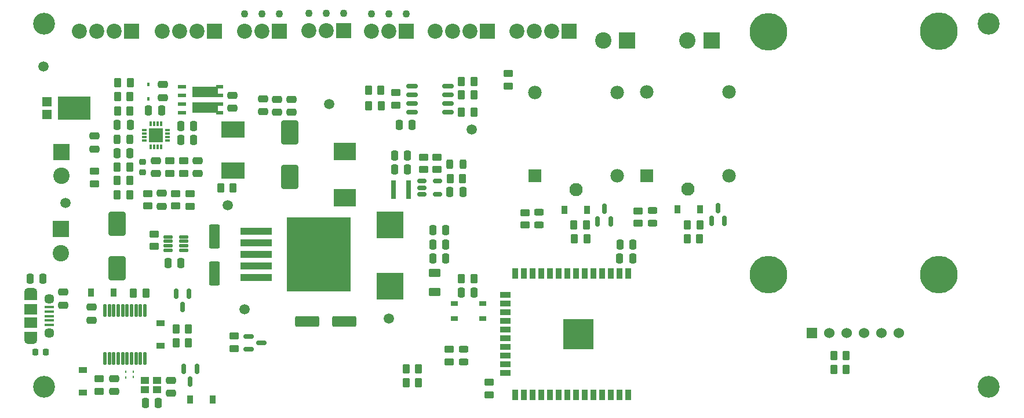
<source format=gbr>
G04 #@! TF.GenerationSoftware,KiCad,Pcbnew,(6.0.7-1)-1*
G04 #@! TF.CreationDate,2022-11-14T13:05:58+03:00*
G04 #@! TF.ProjectId,mkulima_hardware,6d6b756c-696d-4615-9f68-617264776172,rev?*
G04 #@! TF.SameCoordinates,Original*
G04 #@! TF.FileFunction,Soldermask,Top*
G04 #@! TF.FilePolarity,Negative*
%FSLAX46Y46*%
G04 Gerber Fmt 4.6, Leading zero omitted, Abs format (unit mm)*
G04 Created by KiCad (PCBNEW (6.0.7-1)-1) date 2022-11-14 13:05:58*
%MOMM*%
%LPD*%
G01*
G04 APERTURE LIST*
G04 Aperture macros list*
%AMRoundRect*
0 Rectangle with rounded corners*
0 $1 Rounding radius*
0 $2 $3 $4 $5 $6 $7 $8 $9 X,Y pos of 4 corners*
0 Add a 4 corners polygon primitive as box body*
4,1,4,$2,$3,$4,$5,$6,$7,$8,$9,$2,$3,0*
0 Add four circle primitives for the rounded corners*
1,1,$1+$1,$2,$3*
1,1,$1+$1,$4,$5*
1,1,$1+$1,$6,$7*
1,1,$1+$1,$8,$9*
0 Add four rect primitives between the rounded corners*
20,1,$1+$1,$2,$3,$4,$5,0*
20,1,$1+$1,$4,$5,$6,$7,0*
20,1,$1+$1,$6,$7,$8,$9,0*
20,1,$1+$1,$8,$9,$2,$3,0*%
G04 Aperture macros list end*
%ADD10RoundRect,0.250000X0.262500X0.450000X-0.262500X0.450000X-0.262500X-0.450000X0.262500X-0.450000X0*%
%ADD11R,3.300000X2.500000*%
%ADD12C,5.500000*%
%ADD13R,1.524000X1.524000*%
%ADD14C,1.524000*%
%ADD15RoundRect,0.250000X-0.250000X-0.475000X0.250000X-0.475000X0.250000X0.475000X-0.250000X0.475000X0*%
%ADD16RoundRect,0.243750X0.456250X-0.243750X0.456250X0.243750X-0.456250X0.243750X-0.456250X-0.243750X0*%
%ADD17RoundRect,0.250000X0.450000X-0.262500X0.450000X0.262500X-0.450000X0.262500X-0.450000X-0.262500X0*%
%ADD18R,2.200000X2.200000*%
%ADD19C,2.200000*%
%ADD20R,4.000000X4.000000*%
%ADD21RoundRect,0.250000X0.475000X-0.250000X0.475000X0.250000X-0.475000X0.250000X-0.475000X-0.250000X0*%
%ADD22R,1.350000X0.400000*%
%ADD23O,1.900000X1.200000*%
%ADD24R,1.900000X1.200000*%
%ADD25C,1.450000*%
%ADD26R,1.900000X1.500000*%
%ADD27RoundRect,0.150000X0.150000X-0.587500X0.150000X0.587500X-0.150000X0.587500X-0.150000X-0.587500X0*%
%ADD28RoundRect,0.250000X-0.450000X0.262500X-0.450000X-0.262500X0.450000X-0.262500X0.450000X0.262500X0*%
%ADD29C,1.500000*%
%ADD30RoundRect,0.250000X-0.262500X-0.450000X0.262500X-0.450000X0.262500X0.450000X-0.262500X0.450000X0*%
%ADD31R,1.400000X1.390000*%
%ADD32R,4.860000X3.360000*%
%ADD33R,1.150000X1.000000*%
%ADD34RoundRect,0.250000X0.250000X0.475000X-0.250000X0.475000X-0.250000X-0.475000X0.250000X-0.475000X0*%
%ADD35R,3.500000X2.350000*%
%ADD36C,1.100000*%
%ADD37R,1.980000X1.980000*%
%ADD38C,1.980000*%
%ADD39C,1.935000*%
%ADD40R,0.900000X1.500000*%
%ADD41R,1.500000X0.900000*%
%ADD42R,4.500000X4.500000*%
%ADD43R,2.400000X2.400000*%
%ADD44C,2.400000*%
%ADD45R,0.800000X2.700000*%
%ADD46RoundRect,0.243750X0.243750X0.456250X-0.243750X0.456250X-0.243750X-0.456250X0.243750X-0.456250X0*%
%ADD47R,1.200000X0.900000*%
%ADD48RoundRect,0.150000X0.675000X0.150000X-0.675000X0.150000X-0.675000X-0.150000X0.675000X-0.150000X0*%
%ADD49R,0.900000X1.200000*%
%ADD50R,0.800000X0.300000*%
%ADD51R,0.300000X0.800000*%
%ADD52R,2.000000X2.000000*%
%ADD53RoundRect,0.250000X-0.475000X0.250000X-0.475000X-0.250000X0.475000X-0.250000X0.475000X0.250000X0*%
%ADD54RoundRect,0.250000X-1.000000X1.500000X-1.000000X-1.500000X1.000000X-1.500000X1.000000X1.500000X0*%
%ADD55C,3.200000*%
%ADD56R,1.270000X0.610000*%
%ADD57R,1.020000X0.610000*%
%ADD58R,3.810000X1.650000*%
%ADD59RoundRect,0.250000X-0.625000X0.375000X-0.625000X-0.375000X0.625000X-0.375000X0.625000X0.375000X0*%
%ADD60R,0.450000X0.600000*%
%ADD61R,4.600000X1.100000*%
%ADD62R,9.400000X10.800000*%
%ADD63RoundRect,0.218750X-0.218750X-0.256250X0.218750X-0.256250X0.218750X0.256250X-0.218750X0.256250X0*%
%ADD64R,0.250000X0.360000*%
%ADD65RoundRect,0.218750X-0.256250X0.218750X-0.256250X-0.218750X0.256250X-0.218750X0.256250X0.218750X0*%
%ADD66RoundRect,0.112500X0.112500X-0.837500X0.112500X0.837500X-0.112500X0.837500X-0.112500X-0.837500X0*%
%ADD67RoundRect,0.150000X-0.587500X-0.150000X0.587500X-0.150000X0.587500X0.150000X-0.587500X0.150000X0*%
%ADD68RoundRect,0.243750X-0.456250X0.243750X-0.456250X-0.243750X0.456250X-0.243750X0.456250X0.243750X0*%
%ADD69R,1.050000X0.650000*%
%ADD70RoundRect,0.250000X1.500000X0.550000X-1.500000X0.550000X-1.500000X-0.550000X1.500000X-0.550000X0*%
%ADD71RoundRect,0.107500X-0.555000X-0.107500X0.555000X-0.107500X0.555000X0.107500X-0.555000X0.107500X0*%
%ADD72RoundRect,0.150000X-0.150000X0.587500X-0.150000X-0.587500X0.150000X-0.587500X0.150000X0.587500X0*%
%ADD73RoundRect,0.150000X-0.512500X-0.150000X0.512500X-0.150000X0.512500X0.150000X-0.512500X0.150000X0*%
%ADD74RoundRect,0.250000X-0.550000X1.500000X-0.550000X-1.500000X0.550000X-1.500000X0.550000X1.500000X0*%
G04 APERTURE END LIST*
D10*
X172305000Y-99732500D03*
X170480000Y-99732500D03*
D11*
X120450000Y-95800000D03*
X120450000Y-89000000D03*
D12*
X182310000Y-71460000D03*
X207200000Y-71400000D03*
X182310000Y-107060000D03*
X207200000Y-107000000D03*
D13*
X188650000Y-115600000D03*
D14*
X191190000Y-115600000D03*
X193730000Y-115600000D03*
X196270000Y-115600000D03*
X198810000Y-115600000D03*
X201350000Y-115600000D03*
D15*
X135782500Y-94950000D03*
X137682500Y-94950000D03*
X137412500Y-109660000D03*
X139312500Y-109660000D03*
D16*
X165370000Y-99507500D03*
X165370000Y-97632500D03*
D17*
X95743750Y-96975000D03*
X95743750Y-95150000D03*
D18*
X153215000Y-71350000D03*
D19*
X150675000Y-71350000D03*
X148135000Y-71350000D03*
X145595000Y-71350000D03*
D20*
X127012500Y-99750000D03*
X127012500Y-108750000D03*
D21*
X79300000Y-111500000D03*
X79300000Y-109600000D03*
X93693750Y-97012500D03*
X93693750Y-95112500D03*
D22*
X77262500Y-111800000D03*
X77262500Y-112450000D03*
X77262500Y-113100000D03*
X77262500Y-113750000D03*
X77262500Y-114400000D03*
D23*
X74562500Y-116600000D03*
D24*
X74562500Y-110200000D03*
D23*
X74562500Y-109600000D03*
D25*
X77262500Y-110600000D03*
D26*
X74562500Y-112100000D03*
D25*
X77262500Y-115600000D03*
D26*
X74562500Y-114100000D03*
D24*
X74562500Y-116000000D03*
D27*
X157370000Y-99270000D03*
X159270000Y-99270000D03*
X158320000Y-97395000D03*
D28*
X141550000Y-122805000D03*
X141550000Y-124630000D03*
D29*
X118100000Y-82050000D03*
D15*
X96462500Y-85300000D03*
X98362500Y-85300000D03*
D30*
X170450000Y-101792500D03*
X172275000Y-101792500D03*
D31*
X76878500Y-81730000D03*
X76878500Y-83570000D03*
D32*
X80860500Y-82650000D03*
D33*
X91225000Y-123900000D03*
X92975000Y-123900000D03*
X92975000Y-122500000D03*
X91225000Y-122500000D03*
D34*
X89012500Y-89250000D03*
X87112500Y-89250000D03*
X89062500Y-85150000D03*
X87162500Y-85150000D03*
D35*
X104062500Y-85775000D03*
X104062500Y-91825000D03*
D36*
X129410000Y-68810000D03*
X124330000Y-68810000D03*
X126870000Y-68810000D03*
D18*
X129410000Y-71350000D03*
D19*
X126870000Y-71350000D03*
X124330000Y-71350000D03*
D37*
X148180000Y-92570000D03*
D38*
X160180000Y-92570000D03*
D39*
X154180000Y-94570000D03*
D38*
X148180000Y-80370000D03*
X160180000Y-80370000D03*
D40*
X161867500Y-106847500D03*
X160597500Y-106847500D03*
X159327500Y-106847500D03*
X158057500Y-106847500D03*
X156787500Y-106847500D03*
X155517500Y-106847500D03*
X154247500Y-106847500D03*
X152977500Y-106847500D03*
X151707500Y-106847500D03*
X150437500Y-106847500D03*
X149167500Y-106847500D03*
X147897500Y-106847500D03*
X146627500Y-106847500D03*
X145357500Y-106847500D03*
D41*
X143857500Y-110022500D03*
X143857500Y-111292500D03*
X143857500Y-112562500D03*
X143857500Y-113832500D03*
X143857500Y-115102500D03*
X143857500Y-116372500D03*
X143857500Y-117642500D03*
X143857500Y-118912500D03*
X143857500Y-120182500D03*
X143857500Y-121452500D03*
D40*
X145357500Y-124647500D03*
X146627500Y-124647500D03*
X147897500Y-124647500D03*
X149167500Y-124647500D03*
X150437500Y-124647500D03*
X151707500Y-124647500D03*
X152977500Y-124647500D03*
X154247500Y-124647500D03*
X155517500Y-124647500D03*
X156787500Y-124647500D03*
X158057500Y-124647500D03*
X159327500Y-124647500D03*
X160597500Y-124647500D03*
X161867500Y-124647500D03*
D42*
X154527500Y-115737500D03*
D18*
X141230000Y-71350000D03*
D19*
X138690000Y-71350000D03*
X136150000Y-71350000D03*
X133610000Y-71350000D03*
D21*
X98912500Y-92250000D03*
X98912500Y-90350000D03*
D15*
X74450000Y-107600000D03*
X76350000Y-107600000D03*
D10*
X137645000Y-92950000D03*
X135820000Y-92950000D03*
D43*
X79050000Y-89050000D03*
D44*
X79050000Y-92550000D03*
D21*
X108450000Y-83200000D03*
X108450000Y-81300000D03*
D43*
X174000000Y-72750000D03*
D44*
X170500000Y-72750000D03*
D17*
X96862500Y-92212500D03*
X96862500Y-90387500D03*
D45*
X129750000Y-94550000D03*
X127550000Y-94550000D03*
D46*
X89012500Y-87200000D03*
X87137500Y-87200000D03*
D30*
X153957500Y-101782500D03*
X155782500Y-101782500D03*
D47*
X82180000Y-121000000D03*
X82180000Y-124300000D03*
D48*
X135505000Y-83265000D03*
X135505000Y-81995000D03*
X135505000Y-80725000D03*
X135505000Y-79455000D03*
X130255000Y-79455000D03*
X130255000Y-80725000D03*
X130255000Y-81995000D03*
X130255000Y-83265000D03*
D49*
X86610000Y-109690000D03*
X83310000Y-109690000D03*
D50*
X91112500Y-85900000D03*
X91112500Y-86400000D03*
X91112500Y-86900000D03*
X91112500Y-87400000D03*
D51*
X92062500Y-88350000D03*
X92562500Y-88350000D03*
X93062500Y-88350000D03*
X93562500Y-88350000D03*
D50*
X94512500Y-87400000D03*
X94512500Y-86900000D03*
X94512500Y-86400000D03*
X94512500Y-85900000D03*
D51*
X93562500Y-84950000D03*
X93062500Y-84950000D03*
X92562500Y-84950000D03*
X92062500Y-84950000D03*
D52*
X92812500Y-86650000D03*
D30*
X87200000Y-83050000D03*
X89025000Y-83050000D03*
D10*
X193692500Y-118910000D03*
X191867500Y-118910000D03*
D30*
X191857500Y-120950000D03*
X193682500Y-120950000D03*
D53*
X95030000Y-122510000D03*
X95030000Y-124410000D03*
D54*
X112350000Y-86200000D03*
X112350000Y-92700000D03*
D15*
X128350000Y-85150000D03*
X130250000Y-85150000D03*
D55*
X214500000Y-70250000D03*
D30*
X87200000Y-80950000D03*
X89025000Y-80950000D03*
D55*
X214500000Y-123500000D03*
D15*
X133290000Y-102600000D03*
X135190000Y-102600000D03*
D17*
X83875000Y-93712500D03*
X83875000Y-91887500D03*
D56*
X96655000Y-79545000D03*
X96655000Y-80815000D03*
X96655000Y-82085000D03*
X96655000Y-83355000D03*
D57*
X102120000Y-83355000D03*
X102120000Y-82085000D03*
X102120000Y-80815000D03*
X102120000Y-79545000D03*
D58*
X100015000Y-80320000D03*
X100015000Y-82580000D03*
D28*
X135700000Y-117987500D03*
X135700000Y-119812500D03*
D15*
X127700000Y-91650000D03*
X129600000Y-91650000D03*
D30*
X87187500Y-95350000D03*
X89012500Y-95350000D03*
D59*
X133590000Y-106750000D03*
X133590000Y-109550000D03*
D60*
X91762500Y-81300000D03*
X91762500Y-79200000D03*
D34*
X93662500Y-83000000D03*
X91762500Y-83000000D03*
D17*
X133900000Y-91650000D03*
X133900000Y-89825000D03*
D61*
X107487500Y-100650000D03*
X107487500Y-102350000D03*
X107487500Y-104050000D03*
D62*
X116637500Y-104050000D03*
D61*
X107487500Y-105750000D03*
X107487500Y-107450000D03*
D29*
X79650000Y-96500000D03*
D63*
X75200000Y-118350000D03*
X76775000Y-118350000D03*
D64*
X89530000Y-122060000D03*
X89530000Y-121220000D03*
D65*
X90912500Y-90512500D03*
X90912500Y-92087500D03*
D10*
X97590000Y-116990000D03*
X95765000Y-116990000D03*
D49*
X169050000Y-97482500D03*
X172350000Y-97482500D03*
D21*
X83400000Y-113700000D03*
X83400000Y-111800000D03*
D10*
X155732500Y-99752500D03*
X153907500Y-99752500D03*
D17*
X131900000Y-91650000D03*
X131900000Y-89825000D03*
D66*
X85380000Y-119310000D03*
X86030000Y-119310000D03*
X86680000Y-119310000D03*
X87330000Y-119310000D03*
X87980000Y-119310000D03*
X88630000Y-119310000D03*
X89280000Y-119310000D03*
X89930000Y-119310000D03*
X90580000Y-119310000D03*
X91230000Y-119310000D03*
X91230000Y-112310000D03*
X90580000Y-112310000D03*
X89930000Y-112310000D03*
X89280000Y-112310000D03*
X88630000Y-112310000D03*
X87980000Y-112310000D03*
X87330000Y-112310000D03*
X86680000Y-112310000D03*
X86030000Y-112310000D03*
X85380000Y-112310000D03*
D53*
X86710000Y-122270000D03*
X86710000Y-124170000D03*
X83825000Y-86750000D03*
X83825000Y-88650000D03*
D29*
X139000000Y-85800000D03*
D30*
X87150000Y-93250000D03*
X88975000Y-93250000D03*
D67*
X106362500Y-116062500D03*
X106362500Y-117962500D03*
X108237500Y-117012500D03*
D21*
X112650000Y-83250000D03*
X112650000Y-81350000D03*
D10*
X139282500Y-80730000D03*
X137457500Y-80730000D03*
D43*
X161650000Y-72750000D03*
D44*
X158150000Y-72750000D03*
D68*
X137780000Y-117932500D03*
X137780000Y-119807500D03*
D15*
X94575000Y-105362500D03*
X96475000Y-105362500D03*
D69*
X136435000Y-111285000D03*
X140585000Y-111285000D03*
X140585000Y-113435000D03*
X136435000Y-113435000D03*
D15*
X91290000Y-125850000D03*
X93190000Y-125850000D03*
D29*
X105800000Y-112100000D03*
D53*
X104012500Y-80750000D03*
X104012500Y-82650000D03*
X93862500Y-79200000D03*
X93862500Y-81100000D03*
D17*
X127860000Y-82232500D03*
X127860000Y-80407500D03*
D28*
X94862500Y-90387500D03*
X94862500Y-92212500D03*
D27*
X173990000Y-99180000D03*
X175890000Y-99180000D03*
X174940000Y-97305000D03*
D46*
X137657500Y-90900000D03*
X135782500Y-90900000D03*
D10*
X88975000Y-91250000D03*
X87150000Y-91250000D03*
D36*
X120220000Y-68800000D03*
X117680000Y-68800000D03*
X115140000Y-68800000D03*
D18*
X120220000Y-71340000D03*
D19*
X117680000Y-71340000D03*
X115140000Y-71340000D03*
D29*
X76375000Y-76550000D03*
D28*
X92575000Y-101087500D03*
X92575000Y-102912500D03*
X91656250Y-95150000D03*
X91656250Y-96975000D03*
D70*
X120360000Y-113920000D03*
X114960000Y-113920000D03*
D71*
X94575000Y-101512500D03*
X94575000Y-102162500D03*
X94575000Y-102812500D03*
X94575000Y-103462500D03*
X96850000Y-103462500D03*
X96850000Y-102812500D03*
X96850000Y-102162500D03*
X96850000Y-101512500D03*
D15*
X133290000Y-100550000D03*
X135190000Y-100550000D03*
D18*
X89240000Y-71350000D03*
D19*
X86700000Y-71350000D03*
X84160000Y-71350000D03*
X81620000Y-71350000D03*
D17*
X144340000Y-79432500D03*
X144340000Y-77607500D03*
D64*
X88450000Y-122070000D03*
X88450000Y-121230000D03*
D10*
X139302500Y-83280000D03*
X137477500Y-83280000D03*
D29*
X126850000Y-113450000D03*
D18*
X101415000Y-71350000D03*
D19*
X98875000Y-71350000D03*
X96335000Y-71350000D03*
X93795000Y-71350000D03*
D29*
X103305000Y-96900000D03*
D17*
X104250000Y-117875000D03*
X104250000Y-116050000D03*
D54*
X87125000Y-99575000D03*
X87125000Y-106075000D03*
D10*
X139292500Y-78740000D03*
X137467500Y-78740000D03*
D28*
X146750000Y-97947500D03*
X146750000Y-99772500D03*
D15*
X96462500Y-87350000D03*
X98362500Y-87350000D03*
D10*
X89062500Y-78950000D03*
X87237500Y-78950000D03*
D15*
X133290000Y-104650000D03*
X135190000Y-104650000D03*
D43*
X78950000Y-100375000D03*
D44*
X78950000Y-103875000D03*
D30*
X123887500Y-80040000D03*
X125712500Y-80040000D03*
D28*
X97800000Y-95187500D03*
X97800000Y-97012500D03*
D36*
X105810000Y-68810000D03*
X110890000Y-68810000D03*
X108350000Y-68810000D03*
D18*
X110890000Y-71350000D03*
D19*
X108350000Y-71350000D03*
X105810000Y-71350000D03*
D53*
X92812500Y-90350000D03*
X92812500Y-92250000D03*
D49*
X97850000Y-125350000D03*
X101150000Y-125350000D03*
D30*
X89540000Y-109710000D03*
X91365000Y-109710000D03*
X102300000Y-94300000D03*
X104125000Y-94300000D03*
D49*
X152520000Y-97552500D03*
X155820000Y-97552500D03*
D16*
X148780000Y-99760000D03*
X148780000Y-97885000D03*
D72*
X98800000Y-120842500D03*
X96900000Y-120842500D03*
X97850000Y-122717500D03*
D28*
X163310000Y-97697500D03*
X163310000Y-99522500D03*
D73*
X131662500Y-93350000D03*
X131662500Y-94300000D03*
X131662500Y-95250000D03*
X133937500Y-95250000D03*
X133937500Y-93350000D03*
D28*
X84560000Y-122307500D03*
X84560000Y-124132500D03*
D10*
X131202500Y-122880000D03*
X129377500Y-122880000D03*
D15*
X160600000Y-104690000D03*
X162500000Y-104690000D03*
D47*
X93490000Y-117450000D03*
X93490000Y-114150000D03*
D10*
X125742500Y-82290000D03*
X123917500Y-82290000D03*
D74*
X101375000Y-101450000D03*
X101375000Y-106850000D03*
D15*
X127700000Y-89600000D03*
X129600000Y-89600000D03*
D10*
X97600000Y-115000000D03*
X95775000Y-115000000D03*
D72*
X97660000Y-109872500D03*
X95760000Y-109872500D03*
X96710000Y-111747500D03*
D10*
X131212500Y-120800000D03*
X129387500Y-120800000D03*
X139275000Y-107600000D03*
X137450000Y-107600000D03*
D21*
X110550000Y-83250000D03*
X110550000Y-81350000D03*
D15*
X160630000Y-102650000D03*
X162530000Y-102650000D03*
D55*
X76500000Y-123500000D03*
D37*
X164550000Y-92520000D03*
D38*
X176550000Y-92520000D03*
D39*
X170550000Y-94520000D03*
D38*
X164550000Y-80320000D03*
X176550000Y-80320000D03*
D55*
X76500000Y-70250000D03*
M02*

</source>
